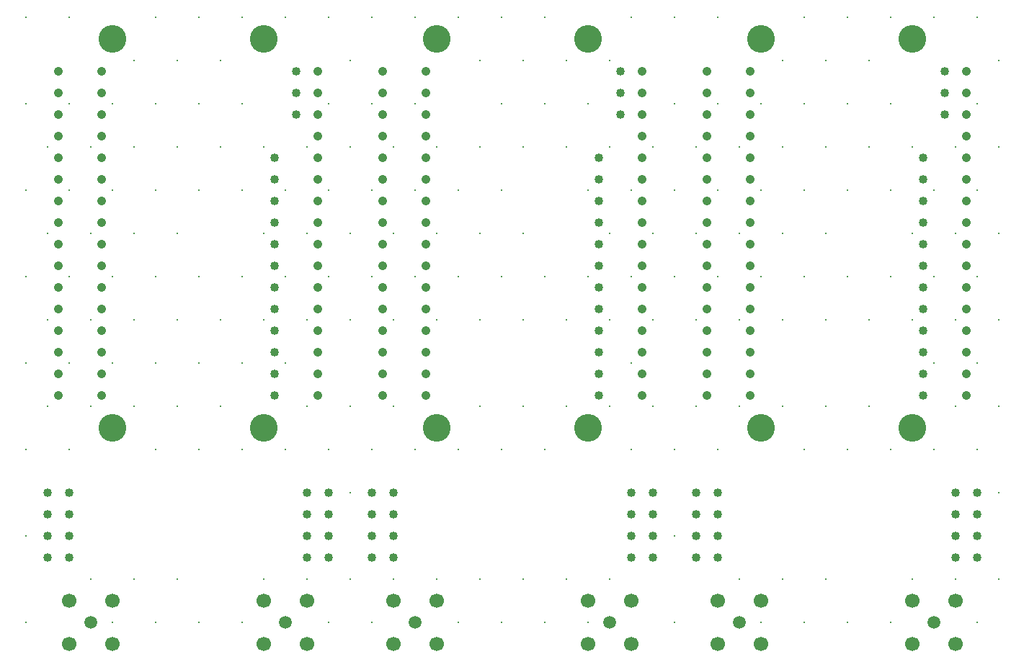
<source format=gbr>
%TF.GenerationSoftware,Altium Limited,Altium Designer,23.11.1 (41)*%
G04 Layer_Color=0*
%FSLAX45Y45*%
%MOMM*%
%TF.SameCoordinates,5324538C-4B84-4F37-AFBE-1FD82F1EBFC5*%
%TF.FilePolarity,Positive*%
%TF.FileFunction,Plated,1,4,PTH,Drill*%
%TF.Part,Single*%
G01*
G75*
%TA.AperFunction,ComponentDrill*%
%ADD40C,1.02000*%
%ADD41C,3.25100*%
%ADD42C,1.04000*%
%ADD43C,1.70000*%
%ADD44C,1.50000*%
%TA.AperFunction,ViaDrill,NotFilled*%
%ADD45C,0.30480*%
D40*
X11430000Y2032000D02*
D03*
X11684000D02*
D03*
X11430000Y1778000D02*
D03*
X11684000D02*
D03*
X11430000Y1524000D02*
D03*
X11684000D02*
D03*
X11430000Y1270000D02*
D03*
X11684000D02*
D03*
X11303000Y6985000D02*
D03*
Y6731000D02*
D03*
Y6477000D02*
D03*
X11049000Y3175000D02*
D03*
Y3429000D02*
D03*
Y3683000D02*
D03*
Y3937000D02*
D03*
Y4191000D02*
D03*
Y4445000D02*
D03*
Y4699000D02*
D03*
Y4953000D02*
D03*
Y5207000D02*
D03*
Y5461000D02*
D03*
Y5715000D02*
D03*
Y5969000D02*
D03*
X762000Y2032000D02*
D03*
X1016000D02*
D03*
X762000Y1778000D02*
D03*
X1016000D02*
D03*
X762000Y1524000D02*
D03*
X1016000D02*
D03*
X762000Y1270000D02*
D03*
X1016000D02*
D03*
X4572000Y2032000D02*
D03*
X4826000D02*
D03*
X4572000Y1778000D02*
D03*
X4826000D02*
D03*
X4572000Y1524000D02*
D03*
X4826000D02*
D03*
X4572000Y1270000D02*
D03*
X4826000D02*
D03*
X8382000Y2032000D02*
D03*
X8636000D02*
D03*
X8382000Y1778000D02*
D03*
X8636000D02*
D03*
X8382000Y1524000D02*
D03*
X8636000D02*
D03*
X8382000Y1270000D02*
D03*
X8636000D02*
D03*
X3810000Y2032000D02*
D03*
X4064000D02*
D03*
X3810000Y1778000D02*
D03*
X4064000D02*
D03*
X3810000Y1524000D02*
D03*
X4064000D02*
D03*
X3810000Y1270000D02*
D03*
X4064000D02*
D03*
X7620000Y2032000D02*
D03*
X7874000D02*
D03*
X7620000Y1778000D02*
D03*
X7874000D02*
D03*
X7620000Y1524000D02*
D03*
X7874000D02*
D03*
X7620000Y1270000D02*
D03*
X7874000D02*
D03*
X3683000Y6985000D02*
D03*
Y6731000D02*
D03*
Y6477000D02*
D03*
X7493000Y6985000D02*
D03*
Y6731000D02*
D03*
Y6477000D02*
D03*
X3429000Y3175000D02*
D03*
Y3429000D02*
D03*
Y3683000D02*
D03*
Y3937000D02*
D03*
Y4191000D02*
D03*
Y4445000D02*
D03*
Y4699000D02*
D03*
Y4953000D02*
D03*
Y5207000D02*
D03*
Y5461000D02*
D03*
Y5715000D02*
D03*
Y5969000D02*
D03*
X7239000Y3175000D02*
D03*
Y3429000D02*
D03*
Y3683000D02*
D03*
Y3937000D02*
D03*
Y4191000D02*
D03*
Y4445000D02*
D03*
Y4699000D02*
D03*
Y4953000D02*
D03*
Y5207000D02*
D03*
Y5461000D02*
D03*
Y5715000D02*
D03*
Y5969000D02*
D03*
D41*
X10922000Y7366000D02*
D03*
X3302000Y2794000D02*
D03*
X7112000D02*
D03*
X10922000D02*
D03*
X1524000D02*
D03*
X5334000D02*
D03*
X9144000D02*
D03*
X1524000Y7366000D02*
D03*
X5334000D02*
D03*
X9144000D02*
D03*
X3302000D02*
D03*
X7112000D02*
D03*
D42*
X11557000Y3175000D02*
D03*
Y3429000D02*
D03*
Y3683000D02*
D03*
Y3937000D02*
D03*
Y4191000D02*
D03*
Y4445000D02*
D03*
Y4699000D02*
D03*
Y4953000D02*
D03*
Y5207000D02*
D03*
Y5461000D02*
D03*
Y5715000D02*
D03*
Y5969000D02*
D03*
Y6223000D02*
D03*
Y6477000D02*
D03*
Y6731000D02*
D03*
Y6985000D02*
D03*
X889000Y3175000D02*
D03*
Y3429000D02*
D03*
Y3683000D02*
D03*
Y3937000D02*
D03*
Y4191000D02*
D03*
Y4445000D02*
D03*
Y4699000D02*
D03*
Y4953000D02*
D03*
Y5207000D02*
D03*
Y5461000D02*
D03*
Y5715000D02*
D03*
Y5969000D02*
D03*
Y6223000D02*
D03*
Y6477000D02*
D03*
Y6731000D02*
D03*
Y6985000D02*
D03*
X4699000Y3175000D02*
D03*
Y3429000D02*
D03*
Y3683000D02*
D03*
Y3937000D02*
D03*
Y4191000D02*
D03*
Y4445000D02*
D03*
Y4699000D02*
D03*
Y4953000D02*
D03*
Y5207000D02*
D03*
Y5461000D02*
D03*
Y5715000D02*
D03*
Y5969000D02*
D03*
Y6223000D02*
D03*
Y6477000D02*
D03*
Y6731000D02*
D03*
Y6985000D02*
D03*
X8509000Y3175000D02*
D03*
Y3429000D02*
D03*
Y3683000D02*
D03*
Y3937000D02*
D03*
Y4191000D02*
D03*
Y4445000D02*
D03*
Y4699000D02*
D03*
Y4953000D02*
D03*
Y5207000D02*
D03*
Y5461000D02*
D03*
Y5715000D02*
D03*
Y5969000D02*
D03*
Y6223000D02*
D03*
Y6477000D02*
D03*
Y6731000D02*
D03*
Y6985000D02*
D03*
X1397000Y3175000D02*
D03*
Y3429000D02*
D03*
Y3683000D02*
D03*
Y3937000D02*
D03*
Y4191000D02*
D03*
Y4445000D02*
D03*
Y4699000D02*
D03*
Y4953000D02*
D03*
Y5207000D02*
D03*
Y5461000D02*
D03*
Y5715000D02*
D03*
Y5969000D02*
D03*
Y6223000D02*
D03*
Y6477000D02*
D03*
Y6731000D02*
D03*
Y6985000D02*
D03*
X5207000Y3175000D02*
D03*
Y3429000D02*
D03*
Y3683000D02*
D03*
Y3937000D02*
D03*
Y4191000D02*
D03*
Y4445000D02*
D03*
Y4699000D02*
D03*
Y4953000D02*
D03*
Y5207000D02*
D03*
Y5461000D02*
D03*
Y5715000D02*
D03*
Y5969000D02*
D03*
Y6223000D02*
D03*
Y6477000D02*
D03*
Y6731000D02*
D03*
Y6985000D02*
D03*
X9017000Y3175000D02*
D03*
Y3429000D02*
D03*
Y3683000D02*
D03*
Y3937000D02*
D03*
Y4191000D02*
D03*
Y4445000D02*
D03*
Y4699000D02*
D03*
Y4953000D02*
D03*
Y5207000D02*
D03*
Y5461000D02*
D03*
Y5715000D02*
D03*
Y5969000D02*
D03*
Y6223000D02*
D03*
Y6477000D02*
D03*
Y6731000D02*
D03*
Y6985000D02*
D03*
X3937000Y3175000D02*
D03*
Y3429000D02*
D03*
Y3683000D02*
D03*
Y3937000D02*
D03*
Y4191000D02*
D03*
Y4445000D02*
D03*
Y4699000D02*
D03*
Y4953000D02*
D03*
Y5207000D02*
D03*
Y5461000D02*
D03*
Y5715000D02*
D03*
Y5969000D02*
D03*
Y6223000D02*
D03*
Y6477000D02*
D03*
Y6731000D02*
D03*
Y6985000D02*
D03*
X7747000Y3175000D02*
D03*
Y3429000D02*
D03*
Y3683000D02*
D03*
Y3937000D02*
D03*
Y4191000D02*
D03*
Y4445000D02*
D03*
Y4699000D02*
D03*
Y4953000D02*
D03*
Y5207000D02*
D03*
Y5461000D02*
D03*
Y5715000D02*
D03*
Y5969000D02*
D03*
Y6223000D02*
D03*
Y6477000D02*
D03*
Y6731000D02*
D03*
Y6985000D02*
D03*
D43*
X11430000Y762000D02*
D03*
Y254000D02*
D03*
X10922000D02*
D03*
Y762000D02*
D03*
X1524000D02*
D03*
Y254000D02*
D03*
X1016000D02*
D03*
Y762000D02*
D03*
X5334000D02*
D03*
Y254000D02*
D03*
X4826000D02*
D03*
Y762000D02*
D03*
X9144000D02*
D03*
Y254000D02*
D03*
X8636000D02*
D03*
Y762000D02*
D03*
X3810000D02*
D03*
Y254000D02*
D03*
X3302000D02*
D03*
Y762000D02*
D03*
X7620000D02*
D03*
Y254000D02*
D03*
X7112000D02*
D03*
Y762000D02*
D03*
D44*
X11176000Y508000D02*
D03*
X1270000D02*
D03*
X5080000D02*
D03*
X8890000D02*
D03*
X3556000D02*
D03*
X7366000D02*
D03*
D45*
X11684000Y7620000D02*
D03*
X11938000Y7112000D02*
D03*
X11684000Y6604000D02*
D03*
X11938000Y6096000D02*
D03*
X11684000Y5588000D02*
D03*
X11938000Y5080000D02*
D03*
X11684000Y4572000D02*
D03*
X11938000Y4064000D02*
D03*
X11684000Y3556000D02*
D03*
X11938000Y3048000D02*
D03*
X11684000Y2540000D02*
D03*
X11938000Y2032000D02*
D03*
Y1016000D02*
D03*
X11684000Y508000D02*
D03*
X11176000Y7620000D02*
D03*
X11430000Y6096000D02*
D03*
X11176000Y5588000D02*
D03*
X11430000Y5080000D02*
D03*
X11176000Y4572000D02*
D03*
X11430000Y4064000D02*
D03*
X11176000Y3556000D02*
D03*
X11430000Y3048000D02*
D03*
X11176000Y2540000D02*
D03*
X11430000Y1016000D02*
D03*
X10668000Y7620000D02*
D03*
Y6604000D02*
D03*
X10922000Y6096000D02*
D03*
X10668000Y5588000D02*
D03*
X10922000Y5080000D02*
D03*
X10668000Y4572000D02*
D03*
X10922000Y4064000D02*
D03*
X10668000Y2540000D02*
D03*
X10922000Y1016000D02*
D03*
X10668000Y508000D02*
D03*
X10160000Y7620000D02*
D03*
X10414000Y7112000D02*
D03*
X10160000Y6604000D02*
D03*
X10414000Y6096000D02*
D03*
X10160000Y5588000D02*
D03*
Y4572000D02*
D03*
X10414000Y4064000D02*
D03*
Y3048000D02*
D03*
X10160000Y2540000D02*
D03*
Y508000D02*
D03*
X9652000Y7620000D02*
D03*
X9906000Y7112000D02*
D03*
X9652000Y6604000D02*
D03*
X9906000Y6096000D02*
D03*
X9652000Y5588000D02*
D03*
X9906000Y5080000D02*
D03*
X9652000Y4572000D02*
D03*
X9906000Y4064000D02*
D03*
Y3048000D02*
D03*
X9652000Y2540000D02*
D03*
X9906000Y1016000D02*
D03*
X9652000Y508000D02*
D03*
X9398000Y7112000D02*
D03*
X9144000Y6604000D02*
D03*
X9398000Y6096000D02*
D03*
X9144000Y5588000D02*
D03*
X9398000Y5080000D02*
D03*
X9144000Y4572000D02*
D03*
X9398000Y4064000D02*
D03*
Y3048000D02*
D03*
Y1016000D02*
D03*
X9144000Y508000D02*
D03*
X8636000Y7620000D02*
D03*
Y6604000D02*
D03*
X8890000Y6096000D02*
D03*
X8636000Y5588000D02*
D03*
X8890000Y5080000D02*
D03*
X8636000Y4572000D02*
D03*
X8890000Y4064000D02*
D03*
Y3048000D02*
D03*
X8636000Y2540000D02*
D03*
X8890000Y1016000D02*
D03*
X8128000Y7620000D02*
D03*
Y6604000D02*
D03*
X8382000Y6096000D02*
D03*
X8128000Y5588000D02*
D03*
X8382000Y5080000D02*
D03*
X8128000Y4572000D02*
D03*
X8382000Y4064000D02*
D03*
Y3048000D02*
D03*
X8128000Y2540000D02*
D03*
Y1524000D02*
D03*
Y508000D02*
D03*
X7620000Y7620000D02*
D03*
X7874000Y6096000D02*
D03*
X7620000Y5588000D02*
D03*
X7874000Y5080000D02*
D03*
X7620000Y4572000D02*
D03*
X7874000Y4064000D02*
D03*
X7620000Y3556000D02*
D03*
X7874000Y3048000D02*
D03*
X7620000Y2540000D02*
D03*
X7366000Y7112000D02*
D03*
X7112000Y6604000D02*
D03*
X7366000Y6096000D02*
D03*
X7112000Y5588000D02*
D03*
X7366000Y5080000D02*
D03*
X7112000Y4572000D02*
D03*
X7366000Y4064000D02*
D03*
Y3048000D02*
D03*
Y1016000D02*
D03*
X7112000Y508000D02*
D03*
X6604000Y7620000D02*
D03*
X6858000Y7112000D02*
D03*
X6604000Y6604000D02*
D03*
X6858000Y6096000D02*
D03*
X6604000Y4572000D02*
D03*
X6858000Y4064000D02*
D03*
Y3048000D02*
D03*
X6604000Y2540000D02*
D03*
X6858000Y1016000D02*
D03*
X6604000Y508000D02*
D03*
X6096000Y7620000D02*
D03*
X6350000Y7112000D02*
D03*
X6096000Y6604000D02*
D03*
X6350000Y6096000D02*
D03*
X6096000Y5588000D02*
D03*
X6350000Y5080000D02*
D03*
X6096000Y4572000D02*
D03*
X6350000Y4064000D02*
D03*
Y3048000D02*
D03*
X6096000Y2540000D02*
D03*
X6350000Y1016000D02*
D03*
X6096000Y508000D02*
D03*
X5588000Y7620000D02*
D03*
X5842000Y7112000D02*
D03*
Y6096000D02*
D03*
X5588000Y5588000D02*
D03*
X5842000Y5080000D02*
D03*
X5588000Y4572000D02*
D03*
X5842000Y4064000D02*
D03*
Y3048000D02*
D03*
X5588000Y2540000D02*
D03*
X5842000Y1016000D02*
D03*
X5588000Y508000D02*
D03*
X5080000Y7620000D02*
D03*
Y6604000D02*
D03*
X5334000Y6096000D02*
D03*
X5080000Y5588000D02*
D03*
X5334000Y5080000D02*
D03*
X5080000Y4572000D02*
D03*
X5334000Y4064000D02*
D03*
X5080000Y2540000D02*
D03*
X5334000Y1016000D02*
D03*
X4572000Y7620000D02*
D03*
Y6604000D02*
D03*
X4826000Y6096000D02*
D03*
X4572000Y5588000D02*
D03*
X4826000Y5080000D02*
D03*
X4572000Y4572000D02*
D03*
X4826000Y4064000D02*
D03*
Y3048000D02*
D03*
X4572000Y2540000D02*
D03*
X4826000Y1016000D02*
D03*
X4572000Y508000D02*
D03*
X4064000Y7620000D02*
D03*
X4318000Y7112000D02*
D03*
X4064000Y6604000D02*
D03*
X4318000Y6096000D02*
D03*
X4064000Y5588000D02*
D03*
X4318000Y5080000D02*
D03*
X4064000Y4572000D02*
D03*
X4318000Y4064000D02*
D03*
Y3048000D02*
D03*
X4064000Y2540000D02*
D03*
X4318000Y2032000D02*
D03*
Y1016000D02*
D03*
X4064000Y508000D02*
D03*
X3556000Y7620000D02*
D03*
X3810000Y6096000D02*
D03*
X3556000Y5588000D02*
D03*
X3810000Y5080000D02*
D03*
X3556000Y4572000D02*
D03*
X3810000Y4064000D02*
D03*
X3556000Y3556000D02*
D03*
X3810000Y3048000D02*
D03*
X3556000Y2540000D02*
D03*
X3810000Y1016000D02*
D03*
X3048000Y7620000D02*
D03*
Y6604000D02*
D03*
X3302000Y6096000D02*
D03*
X3048000Y5588000D02*
D03*
X3302000Y5080000D02*
D03*
X3048000Y4572000D02*
D03*
X3302000Y4064000D02*
D03*
X3048000Y3556000D02*
D03*
Y2540000D02*
D03*
X3302000Y1016000D02*
D03*
X3048000Y508000D02*
D03*
X2540000Y7620000D02*
D03*
X2794000Y7112000D02*
D03*
X2540000Y6604000D02*
D03*
X2794000Y6096000D02*
D03*
X2540000Y5588000D02*
D03*
Y4572000D02*
D03*
X2794000Y4064000D02*
D03*
X2540000Y3556000D02*
D03*
X2794000Y3048000D02*
D03*
X2540000Y2540000D02*
D03*
Y508000D02*
D03*
X2032000Y7620000D02*
D03*
X2286000Y7112000D02*
D03*
X2032000Y6604000D02*
D03*
X2286000Y6096000D02*
D03*
X2032000Y5588000D02*
D03*
X2286000Y5080000D02*
D03*
X2032000Y4572000D02*
D03*
X2286000Y4064000D02*
D03*
X2032000Y3556000D02*
D03*
X2286000Y3048000D02*
D03*
X2032000Y2540000D02*
D03*
X2286000Y1016000D02*
D03*
X2032000Y508000D02*
D03*
X1778000Y7112000D02*
D03*
X1524000Y6604000D02*
D03*
X1778000Y6096000D02*
D03*
X1524000Y5588000D02*
D03*
X1778000Y5080000D02*
D03*
X1524000Y4572000D02*
D03*
X1778000Y4064000D02*
D03*
X1524000Y3556000D02*
D03*
X1778000Y3048000D02*
D03*
Y1016000D02*
D03*
X1524000Y508000D02*
D03*
X1016000Y7620000D02*
D03*
Y6604000D02*
D03*
X1270000Y6096000D02*
D03*
X1016000Y5588000D02*
D03*
X1270000Y5080000D02*
D03*
X1016000Y4572000D02*
D03*
X1270000Y4064000D02*
D03*
X1016000Y3556000D02*
D03*
X1270000Y3048000D02*
D03*
X1016000Y2540000D02*
D03*
X1270000Y1016000D02*
D03*
X508000Y7620000D02*
D03*
Y6604000D02*
D03*
X762000Y6096000D02*
D03*
X508000Y5588000D02*
D03*
X762000Y5080000D02*
D03*
X508000Y4572000D02*
D03*
X762000Y4064000D02*
D03*
X508000Y3556000D02*
D03*
X762000Y3048000D02*
D03*
X508000Y2540000D02*
D03*
Y1524000D02*
D03*
Y508000D02*
D03*
%TF.MD5,9044a9438ec3fdeae71f9fcb9d75ad2a*%
M02*

</source>
